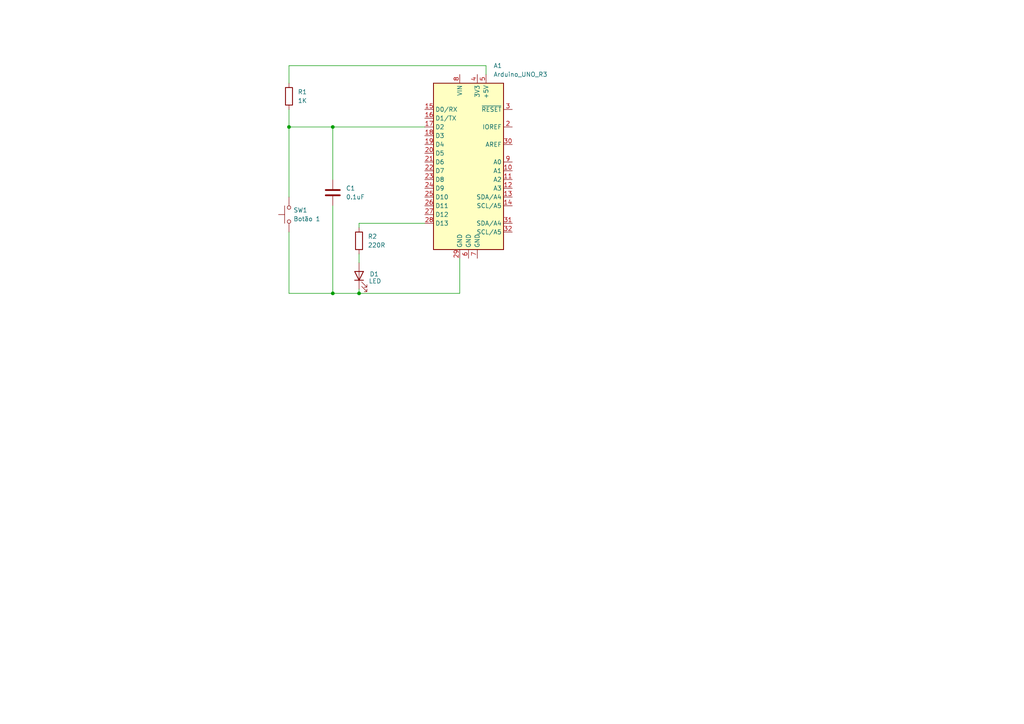
<source format=kicad_sch>
(kicad_sch (version 20250114) (generator "eeschema") (generator_version "9.0")
  (paper "A4")
  (lib_symbols
    (symbol "Device:C" (pin_numbers (hide yes)) (pin_names (offset 0.254))
      (property "Reference" "C" (at 0.635 2.54 0))
      (property "Value" "C" (at 0.635 -2.54 0))
      (symbol "C_0_1"
        (polyline (pts (xy -2.032 0.762) (xy 2.032 0.762)) (stroke (width 0.508)))
        (polyline (pts (xy -2.032 -0.762) (xy 2.032 -0.762)) (stroke (width 0.508)))
      )
      (symbol "C_1_1"
        (pin passive line (at 0 3.81 270) (length 2.794) (name "~") (number "1"))
        (pin passive line (at 0 -3.81 90) (length 2.794) (name "~") (number "2"))
      )
    )
    (symbol "Device:LED" (pin_numbers (hide yes)) (pin_names (offset 1.016) (hide yes))
      (property "Reference" "D" (at 0 2.54 0))
      (property "Value" "LED" (at 0 -2.54 0))
      (symbol "LED_0_1"
        (polyline (pts (xy -3.048 -0.762) (xy -4.572 -2.286) (xy -3.81 -2.286) (xy -4.572 -2.286) (xy -4.572 -1.524)))
        (polyline (pts (xy -1.778 -0.762) (xy -3.302 -2.286) (xy -2.54 -2.286) (xy -3.302 -2.286) (xy -3.302 -1.524)))
        (polyline (pts (xy -1.27 0) (xy 1.27 0)))
        (polyline (pts (xy -1.27 -1.27) (xy -1.27 1.27)) (stroke (width 0.254)))
        (polyline (pts (xy 1.27 -1.27) (xy 1.27 1.27) (xy -1.27 0) (xy 1.27 -1.27)) (stroke (width 0.254)))
      )
      (symbol "LED_1_1"
        (pin passive line (at -3.81 0 0) (length 2.54) (name "K") (number "1"))
        (pin passive line (at 3.81 0 180) (length 2.54) (name "A") (number "2"))
      )
    )
    (symbol "Device:R" (pin_numbers (hide yes)) (pin_names (offset 0))
      (property "Reference" "R" (at 2.032 0 90))
      (property "Value" "R" (at 0 0 90))
      (symbol "R_0_1"
        (rectangle (start -1.016 -2.54) (end 1.016 2.54) (stroke (width 0.254)))
      )
      (symbol "R_1_1"
        (pin passive line (at 0 3.81 270) (length 1.27) (name "~") (number "1"))
        (pin passive line (at 0 -3.81 90) (length 1.27) (name "~") (number "2"))
      )
    )
    (symbol "MCU_Module:Arduino_UNO_R3"
      (property "Reference" "A" (at -10.16 23.495 0))
      (property "Value" "Arduino_UNO_R3" (at 5.08 -26.67 0))
      (symbol "Arduino_UNO_R3_0_1"
        (rectangle (start -10.16 22.86) (end 10.16 -25.4) (stroke (width 0.254)) (fill (type background)))
      )
      (symbol "Arduino_UNO_R3_1_1"
        (pin bidirectional line (at -12.7 15.24 0) (length 2.54) (name "D0/RX") (number "15"))
        (pin bidirectional line (at -12.7 12.7 0) (length 2.54) (name "D1/TX") (number "16"))
        (pin bidirectional line (at -12.7 10.16 0) (length 2.54) (name "D2") (number "17"))
        (pin bidirectional line (at -12.7 7.62 0) (length 2.54) (name "D3") (number "18"))
        (pin bidirectional line (at -12.7 5.08 0) (length 2.54) (name "D4") (number "19"))
        (pin bidirectional line (at -12.7 2.54 0) (length 2.54) (name "D5") (number "20"))
        (pin bidirectional line (at -12.7 0 0) (length 2.54) (name "D6") (number "21"))
        (pin bidirectional line (at -12.7 -2.54 0) (length 2.54) (name "D7") (number "22"))
        (pin bidirectional line (at -12.7 -5.08 0) (length 2.54) (name "D8") (number "23"))
        (pin bidirectional line (at -12.7 -7.62 0) (length 2.54) (name "D9") (number "24"))
        (pin bidirectional line (at -12.7 -10.16 0) (length 2.54) (name "D10") (number "25"))
        (pin bidirectional line (at -12.7 -12.7 0) (length 2.54) (name "D11") (number "26"))
        (pin bidirectional line (at -12.7 -15.24 0) (length 2.54) (name "D12") (number "27"))
        (pin bidirectional line (at -12.7 -17.78 0) (length 2.54) (name "D13") (number "28"))
        (pin no_connect line (at -10.16 -20.32 0) (length 2.54) (hide yes) (name "NC") (number "1"))
        (pin power_in line (at -2.54 25.4 270) (length 2.54) (name "VIN") (number "8"))
        (pin power_in line (at -2.54 -27.94 90) (length 2.54) (name "GND") (number "29"))
        (pin power_in line (at 0 -27.94 90) (length 2.54) (name "GND") (number "6"))
        (pin power_out line (at 2.54 25.4 270) (length 2.54) (name "3V3") (number "4"))
        (pin power_in line (at 2.54 -27.94 90) (length 2.54) (name "GND") (number "7"))
        (pin power_out line (at 5.08 25.4 270) (length 2.54) (name "+5V") (number "5"))
        (pin input line (at 12.7 15.24 180) (length 2.54) (name "~{RESET}") (number "3"))
        (pin output line (at 12.7 10.16 180) (length 2.54) (name "IOREF") (number "2"))
        (pin input line (at 12.7 5.08 180) (length 2.54) (name "AREF") (number "30"))
        (pin bidirectional line (at 12.7 0 180) (length 2.54) (name "A0") (number "9"))
        (pin bidirectional line (at 12.7 -2.54 180) (length 2.54) (name "A1") (number "10"))
        (pin bidirectional line (at 12.7 -5.08 180) (length 2.54) (name "A2") (number "11"))
        (pin bidirectional line (at 12.7 -7.62 180) (length 2.54) (name "A3") (number "12"))
        (pin bidirectional line (at 12.7 -10.16 180) (length 2.54) (name "SDA/A4") (number "13"))
        (pin bidirectional line (at 12.7 -12.7 180) (length 2.54) (name "SCL/A5") (number "14"))
        (pin bidirectional line (at 12.7 -17.78 180) (length 2.54) (name "SDA/A4") (number "31"))
        (pin bidirectional line (at 12.7 -20.32 180) (length 2.54) (name "SCL/A5") (number "32"))
      )
    )
    (symbol "Switch:SW_Push" (pin_numbers (hide yes)) (pin_names (offset 1.016) (hide yes))
      (property "Reference" "SW" (at 1.27 2.54 0))
      (property "Value" "SW_Push" (at 0 -1.524 0))
      (symbol "SW_Push_0_1"
        (circle (center -2.032 0) (radius 0.508))
        (polyline (pts (xy 0 1.27) (xy 0 3.048)))
        (circle (center 2.032 0) (radius 0.508))
        (polyline (pts (xy 2.54 1.27) (xy -2.54 1.27)))
        (pin passive line (at -5.08 0 0) (length 2.54) (name "1") (number "1"))
        (pin passive line (at 5.08 0 180) (length 2.54) (name "2") (number "2"))
      )
    )
  )
  (junction (at 83.82 36.83))
  (junction (at 96.52 85.09))
  (junction (at 104.14 85.09))
  (junction (at 96.52 36.83))
  (wire (pts (xy 83.82 67.31) (xy 83.82 85.09)))
  (wire (pts (xy 83.82 19.05) (xy 140.97 19.05)))
  (wire (pts (xy 96.52 52.07) (xy 96.52 36.83)))
  (wire (pts (xy 104.14 64.77) (xy 104.14 66.04)))
  (wire (pts (xy 96.52 59.69) (xy 96.52 85.09)))
  (wire (pts (xy 96.52 36.83) (xy 123.19 36.83)))
  (wire (pts (xy 133.35 85.09) (xy 133.35 74.93)))
  (wire (pts (xy 83.82 36.83) (xy 96.52 36.83)))
  (wire (pts (xy 96.52 85.09) (xy 104.14 85.09)))
  (wire (pts (xy 83.82 19.05) (xy 83.82 24.13)))
  (wire (pts (xy 140.97 19.05) (xy 140.97 21.59)))
  (wire (pts (xy 83.82 36.83) (xy 83.82 57.15)))
  (wire (pts (xy 83.82 31.75) (xy 83.82 36.83)))
  (wire (pts (xy 104.14 73.66) (xy 104.14 76.2)))
  (wire (pts (xy 83.82 85.09) (xy 96.52 85.09)))
  (wire (pts (xy 104.14 83.82) (xy 104.14 85.09)))
  (wire (pts (xy 104.14 85.09) (xy 133.35 85.09)))
  (wire (pts (xy 123.19 64.77) (xy 104.14 64.77)))
  (symbol (lib_id "Switch:SW_Push") (at 83.82 62.23 90) (unit 1)
    (property "Reference" "SW1" (at 85.09 60.9599 90) (effects (justify right)))
    (property "Value" "Botão 1" (at 85.09 63.5 90) (effects (justify right)))
    (property "Description" "Push button switch, generic, two pins" (effects (hide yes)))
  )
  (symbol (lib_id "Device:C") (at 96.52 55.88 0) (unit 1)
    (property "Reference" "C1" (at 100.33 54.6099 0) (effects (justify left)))
    (property "Value" "0.1uF" (at 100.33 57.1499 0) (effects (justify left)))
    (property "Description" "Unpolarized capacitor" (effects (hide yes)))
  )
  (symbol (lib_id "Device:LED") (at 104.14 80.01 90) (unit 1)
    (property "Reference" "D1" (at 107.188 79.502 90) (effects (justify right)))
    (property "Value" "LED" (at 106.934 81.534 90) (effects (justify right)))
    (property "Description" "Light emitting diode" (effects (hide yes)))
    (property "Sim.Pins" "1=K 2=A" (effects (hide yes)))
  )
  (symbol (lib_id "Device:R") (at 83.82 27.94 0) (unit 1)
    (property "Reference" "R1" (at 86.36 26.6699 0) (effects (justify left)))
    (property "Value" "1K" (at 86.36 29.2099 0) (effects (justify left)))
    (property "Description" "Resistor" (effects (hide yes)))
  )
  (symbol (lib_id "MCU_Module:Arduino_UNO_R3") (at 135.89 46.99 0) (unit 1)
    (property "Reference" "A1" (at 143.1133 19.05 0) (effects (justify left)))
    (property "Value" "Arduino_UNO_R3" (at 143.1133 21.59 0) (effects (justify left)))
    (property "Footprint" "Module:Arduino_UNO_R3" (effects (hide yes)))
    (property "Datasheet" "https://www.arduino.cc/en/Main/arduinoBoardUno" (effects (hide yes)))
    (property "Description" "Arduino UNO Microcontroller Module, release 3" (effects (hide yes)))
  )
  (symbol (lib_id "Device:R") (at 104.14 69.85 0) (unit 1)
    (property "Reference" "R2" (at 106.68 68.5799 0) (effects (justify left)))
    (property "Value" "220R" (at 106.68 71.1199 0) (effects (justify left)))
    (property "Description" "Resistor" (effects (hide yes)))
  )
)
</source>
